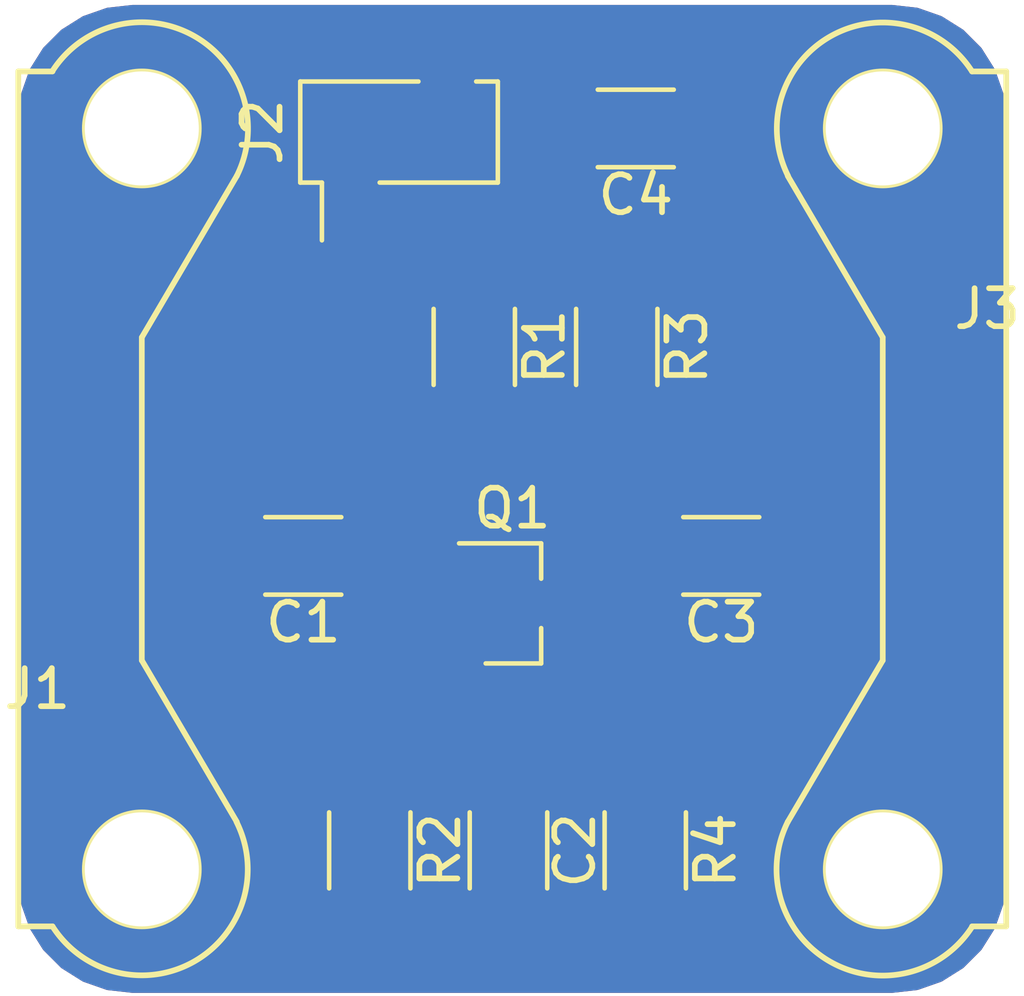
<source format=kicad_pcb>
(kicad_pcb (version 20171130) (host pcbnew "(5.0.0)")

  (general
    (thickness 1.6)
    (drawings 8)
    (tracks 33)
    (zones 0)
    (modules 12)
    (nets 8)
  )

  (page A4)
  (layers
    (0 F.Cu signal)
    (31 B.Cu signal)
    (32 B.Adhes user)
    (33 F.Adhes user)
    (34 B.Paste user)
    (35 F.Paste user)
    (36 B.SilkS user)
    (37 F.SilkS user)
    (38 B.Mask user)
    (39 F.Mask user)
    (40 Dwgs.User user)
    (41 Cmts.User user)
    (42 Eco1.User user)
    (43 Eco2.User user)
    (44 Edge.Cuts user)
    (45 Margin user)
    (46 B.CrtYd user)
    (47 F.CrtYd user)
    (48 B.Fab user)
    (49 F.Fab user)
  )

  (setup
    (last_trace_width 0.4)
    (user_trace_width 0.3)
    (user_trace_width 0.4)
    (trace_clearance 0.3)
    (zone_clearance 0.3)
    (zone_45_only no)
    (trace_min 0.2)
    (segment_width 0.2)
    (edge_width 0.15)
    (via_size 0.8)
    (via_drill 0.4)
    (via_min_size 0.4)
    (via_min_drill 0.4)
    (uvia_size 0.3)
    (uvia_drill 0.1)
    (uvias_allowed no)
    (uvia_min_size 0.2)
    (uvia_min_drill 0.1)
    (pcb_text_width 0.3)
    (pcb_text_size 1.5 1.5)
    (mod_edge_width 0.15)
    (mod_text_size 1 1)
    (mod_text_width 0.15)
    (pad_size 1.524 1.524)
    (pad_drill 0.762)
    (pad_to_mask_clearance 0.2)
    (aux_axis_origin 0 0)
    (visible_elements 7FFFFFFF)
    (pcbplotparams
      (layerselection 0x010fc_ffffffff)
      (usegerberextensions false)
      (usegerberattributes false)
      (usegerberadvancedattributes false)
      (creategerberjobfile false)
      (excludeedgelayer true)
      (linewidth 0.050000)
      (plotframeref false)
      (viasonmask false)
      (mode 1)
      (useauxorigin false)
      (hpglpennumber 1)
      (hpglpenspeed 20)
      (hpglpendiameter 15.000000)
      (psnegative false)
      (psa4output false)
      (plotreference true)
      (plotvalue true)
      (plotinvisibletext false)
      (padsonsilk false)
      (subtractmaskfromsilk false)
      (outputformat 1)
      (mirror false)
      (drillshape 1)
      (scaleselection 1)
      (outputdirectory ""))
  )

  (net 0 "")
  (net 1 "Net-(C1-Pad2)")
  (net 2 "Net-(C1-Pad1)")
  (net 3 Earth)
  (net 4 "Net-(C2-Pad1)")
  (net 5 "Net-(C3-Pad1)")
  (net 6 "Net-(C3-Pad2)")
  (net 7 VCC)

  (net_class Default "This is the default net class."
    (clearance 0.3)
    (trace_width 0.3)
    (via_dia 0.8)
    (via_drill 0.4)
    (uvia_dia 0.3)
    (uvia_drill 0.1)
    (add_net Earth)
    (add_net "Net-(C1-Pad1)")
    (add_net "Net-(C1-Pad2)")
    (add_net "Net-(C2-Pad1)")
    (add_net "Net-(C3-Pad1)")
    (add_net "Net-(C3-Pad2)")
    (add_net VCC)
  )

  (module x-uhf:X-UHF_Interconnect (layer F.Cu) (tedit 5B812861) (tstamp 5B81B74C)
    (at 44.75 42.5)
    (path /5B8131F5)
    (fp_text reference J1 (at 0.5 5) (layer F.SilkS)
      (effects (font (size 1 1) (thickness 0.15)))
    )
    (fp_text value IN (at 4 0 90) (layer F.Fab)
      (effects (font (size 1 1) (thickness 0.15)))
    )
    (fp_arc (start 3.25 9.75) (end 0.9 11.25) (angle -174.0150293) (layer F.SilkS) (width 0.15))
    (fp_arc (start 3.25 -9.75) (end 5.749999 -8.500001) (angle -174.0150455) (layer F.SilkS) (width 0.15))
    (fp_line (start 0.9 11.25) (end 0 11.25) (layer F.SilkS) (width 0.15))
    (fp_line (start 0.9 -11.25) (end 0 -11.25) (layer F.SilkS) (width 0.15))
    (fp_line (start 3.25 4.25) (end 5.75 8.5) (layer F.SilkS) (width 0.15))
    (fp_line (start 3.25 -4.25) (end 3.25 4.25) (layer F.SilkS) (width 0.15))
    (fp_circle (center 3.25 9.75) (end 4.75 9.75) (layer F.SilkS) (width 0.15))
    (fp_circle (center 3.25 -9.75) (end 4.75 -9.75) (layer F.SilkS) (width 0.15))
    (fp_line (start 3.25 -4.25) (end 5.75 -8.5) (layer F.SilkS) (width 0.15))
    (fp_line (start 0 11.25) (end 0 -11.25) (layer F.SilkS) (width 0.15))
    (pad 3 smd rect (at 1.5 2) (size 3 1.5) (layers F.Cu F.Paste F.Mask)
      (net 3 Earth))
    (pad 2 smd rect (at 1.5 0) (size 3 1.5) (layers F.Cu F.Paste F.Mask)
      (net 1 "Net-(C1-Pad2)"))
    (pad 1 smd rect (at 1.5 -2) (size 3 1.5) (layers F.Cu F.Paste F.Mask)
      (net 3 Earth))
  )

  (module x-uhf:X-UHF_Interconnect (layer F.Cu) (tedit 5B812861) (tstamp 5B81C70D)
    (at 70.75 42.5 180)
    (path /5B8131A3)
    (fp_text reference J3 (at 0.5 5 180) (layer F.SilkS)
      (effects (font (size 1 1) (thickness 0.15)))
    )
    (fp_text value OUT (at 4 0 270) (layer F.Fab)
      (effects (font (size 1 1) (thickness 0.15)))
    )
    (fp_arc (start 3.25 9.75) (end 0.9 11.25) (angle -174.0150293) (layer F.SilkS) (width 0.15))
    (fp_arc (start 3.25 -9.75) (end 5.749999 -8.500001) (angle -174.0150455) (layer F.SilkS) (width 0.15))
    (fp_line (start 0.9 11.25) (end 0 11.25) (layer F.SilkS) (width 0.15))
    (fp_line (start 0.9 -11.25) (end 0 -11.25) (layer F.SilkS) (width 0.15))
    (fp_line (start 3.25 4.25) (end 5.75 8.5) (layer F.SilkS) (width 0.15))
    (fp_line (start 3.25 -4.25) (end 3.25 4.25) (layer F.SilkS) (width 0.15))
    (fp_circle (center 3.25 9.75) (end 4.75 9.75) (layer F.SilkS) (width 0.15))
    (fp_circle (center 3.25 -9.75) (end 4.75 -9.75) (layer F.SilkS) (width 0.15))
    (fp_line (start 3.25 -4.25) (end 5.75 -8.5) (layer F.SilkS) (width 0.15))
    (fp_line (start 0 11.25) (end 0 -11.25) (layer F.SilkS) (width 0.15))
    (pad 3 smd rect (at 1.5 2 180) (size 3 1.5) (layers F.Cu F.Paste F.Mask)
      (net 3 Earth))
    (pad 2 smd rect (at 1.5 0 180) (size 3 1.5) (layers F.Cu F.Paste F.Mask)
      (net 5 "Net-(C3-Pad1)"))
    (pad 1 smd rect (at 1.5 -2 180) (size 3 1.5) (layers F.Cu F.Paste F.Mask)
      (net 3 Earth))
  )

  (module Capacitors_SMD:C_1206_HandSoldering (layer F.Cu) (tedit 58AA84D1) (tstamp 5B81B71F)
    (at 52.25 44 180)
    (descr "Capacitor SMD 1206, hand soldering")
    (tags "capacitor 1206")
    (path /5B813297)
    (attr smd)
    (fp_text reference C1 (at 0 -1.75 180) (layer F.SilkS)
      (effects (font (size 1 1) (thickness 0.15)))
    )
    (fp_text value 100n (at 0 2 180) (layer F.Fab)
      (effects (font (size 1 1) (thickness 0.15)))
    )
    (fp_line (start 3.25 1.05) (end -3.25 1.05) (layer F.CrtYd) (width 0.05))
    (fp_line (start 3.25 1.05) (end 3.25 -1.05) (layer F.CrtYd) (width 0.05))
    (fp_line (start -3.25 -1.05) (end -3.25 1.05) (layer F.CrtYd) (width 0.05))
    (fp_line (start -3.25 -1.05) (end 3.25 -1.05) (layer F.CrtYd) (width 0.05))
    (fp_line (start -1 1.02) (end 1 1.02) (layer F.SilkS) (width 0.12))
    (fp_line (start 1 -1.02) (end -1 -1.02) (layer F.SilkS) (width 0.12))
    (fp_line (start -1.6 -0.8) (end 1.6 -0.8) (layer F.Fab) (width 0.1))
    (fp_line (start 1.6 -0.8) (end 1.6 0.8) (layer F.Fab) (width 0.1))
    (fp_line (start 1.6 0.8) (end -1.6 0.8) (layer F.Fab) (width 0.1))
    (fp_line (start -1.6 0.8) (end -1.6 -0.8) (layer F.Fab) (width 0.1))
    (fp_text user %R (at 0 -1.75 180) (layer F.Fab)
      (effects (font (size 1 1) (thickness 0.15)))
    )
    (pad 2 smd rect (at 2 0 180) (size 2 1.6) (layers F.Cu F.Paste F.Mask)
      (net 1 "Net-(C1-Pad2)"))
    (pad 1 smd rect (at -2 0 180) (size 2 1.6) (layers F.Cu F.Paste F.Mask)
      (net 2 "Net-(C1-Pad1)"))
    (model Capacitors_SMD.3dshapes/C_1206.wrl
      (at (xyz 0 0 0))
      (scale (xyz 1 1 1))
      (rotate (xyz 0 0 0))
    )
  )

  (module Capacitors_SMD:C_1206_HandSoldering (layer F.Cu) (tedit 58AA84D1) (tstamp 5B81B730)
    (at 57.65 51.75 270)
    (descr "Capacitor SMD 1206, hand soldering")
    (tags "capacitor 1206")
    (path /5B8125D6)
    (attr smd)
    (fp_text reference C2 (at 0 -1.75 270) (layer F.SilkS)
      (effects (font (size 1 1) (thickness 0.15)))
    )
    (fp_text value 100n (at 0 2 270) (layer F.Fab)
      (effects (font (size 1 1) (thickness 0.15)))
    )
    (fp_line (start 3.25 1.05) (end -3.25 1.05) (layer F.CrtYd) (width 0.05))
    (fp_line (start 3.25 1.05) (end 3.25 -1.05) (layer F.CrtYd) (width 0.05))
    (fp_line (start -3.25 -1.05) (end -3.25 1.05) (layer F.CrtYd) (width 0.05))
    (fp_line (start -3.25 -1.05) (end 3.25 -1.05) (layer F.CrtYd) (width 0.05))
    (fp_line (start -1 1.02) (end 1 1.02) (layer F.SilkS) (width 0.12))
    (fp_line (start 1 -1.02) (end -1 -1.02) (layer F.SilkS) (width 0.12))
    (fp_line (start -1.6 -0.8) (end 1.6 -0.8) (layer F.Fab) (width 0.1))
    (fp_line (start 1.6 -0.8) (end 1.6 0.8) (layer F.Fab) (width 0.1))
    (fp_line (start 1.6 0.8) (end -1.6 0.8) (layer F.Fab) (width 0.1))
    (fp_line (start -1.6 0.8) (end -1.6 -0.8) (layer F.Fab) (width 0.1))
    (fp_text user %R (at 0 -1.75 270) (layer F.Fab)
      (effects (font (size 1 1) (thickness 0.15)))
    )
    (pad 2 smd rect (at 2 0 270) (size 2 1.6) (layers F.Cu F.Paste F.Mask)
      (net 3 Earth))
    (pad 1 smd rect (at -2 0 270) (size 2 1.6) (layers F.Cu F.Paste F.Mask)
      (net 4 "Net-(C2-Pad1)"))
    (model Capacitors_SMD.3dshapes/C_1206.wrl
      (at (xyz 0 0 0))
      (scale (xyz 1 1 1))
      (rotate (xyz 0 0 0))
    )
  )

  (module Capacitors_SMD:C_1206_HandSoldering (layer F.Cu) (tedit 58AA84D1) (tstamp 5B81B741)
    (at 63.25 44 180)
    (descr "Capacitor SMD 1206, hand soldering")
    (tags "capacitor 1206")
    (path /5B812F56)
    (attr smd)
    (fp_text reference C3 (at 0 -1.75 180) (layer F.SilkS)
      (effects (font (size 1 1) (thickness 0.15)))
    )
    (fp_text value 100n (at 0 2 180) (layer F.Fab)
      (effects (font (size 1 1) (thickness 0.15)))
    )
    (fp_text user %R (at 0 -1.75 180) (layer F.Fab)
      (effects (font (size 1 1) (thickness 0.15)))
    )
    (fp_line (start -1.6 0.8) (end -1.6 -0.8) (layer F.Fab) (width 0.1))
    (fp_line (start 1.6 0.8) (end -1.6 0.8) (layer F.Fab) (width 0.1))
    (fp_line (start 1.6 -0.8) (end 1.6 0.8) (layer F.Fab) (width 0.1))
    (fp_line (start -1.6 -0.8) (end 1.6 -0.8) (layer F.Fab) (width 0.1))
    (fp_line (start 1 -1.02) (end -1 -1.02) (layer F.SilkS) (width 0.12))
    (fp_line (start -1 1.02) (end 1 1.02) (layer F.SilkS) (width 0.12))
    (fp_line (start -3.25 -1.05) (end 3.25 -1.05) (layer F.CrtYd) (width 0.05))
    (fp_line (start -3.25 -1.05) (end -3.25 1.05) (layer F.CrtYd) (width 0.05))
    (fp_line (start 3.25 1.05) (end 3.25 -1.05) (layer F.CrtYd) (width 0.05))
    (fp_line (start 3.25 1.05) (end -3.25 1.05) (layer F.CrtYd) (width 0.05))
    (pad 1 smd rect (at -2 0 180) (size 2 1.6) (layers F.Cu F.Paste F.Mask)
      (net 5 "Net-(C3-Pad1)"))
    (pad 2 smd rect (at 2 0 180) (size 2 1.6) (layers F.Cu F.Paste F.Mask)
      (net 6 "Net-(C3-Pad2)"))
    (model Capacitors_SMD.3dshapes/C_1206.wrl
      (at (xyz 0 0 0))
      (scale (xyz 1 1 1))
      (rotate (xyz 0 0 0))
    )
  )

  (module Pin_Headers:Pin_Header_Straight_1x02_Pitch2.54mm_SMD_Pin1Left (layer F.Cu) (tedit 59650532) (tstamp 5B81B769)
    (at 54.77 32.845 90)
    (descr "surface-mounted straight pin header, 1x02, 2.54mm pitch, single row, style 1 (pin 1 left)")
    (tags "Surface mounted pin header SMD 1x02 2.54mm single row style1 pin1 left")
    (path /5B8163EC)
    (attr smd)
    (fp_text reference J2 (at 0 -3.6 90) (layer F.SilkS)
      (effects (font (size 1 1) (thickness 0.15)))
    )
    (fp_text value PWR (at 0 3.6 90) (layer F.Fab)
      (effects (font (size 1 1) (thickness 0.15)))
    )
    (fp_text user %R (at 0 0 180) (layer F.Fab)
      (effects (font (size 1 1) (thickness 0.15)))
    )
    (fp_line (start 3.45 -3.05) (end -3.45 -3.05) (layer F.CrtYd) (width 0.05))
    (fp_line (start 3.45 3.05) (end 3.45 -3.05) (layer F.CrtYd) (width 0.05))
    (fp_line (start -3.45 3.05) (end 3.45 3.05) (layer F.CrtYd) (width 0.05))
    (fp_line (start -3.45 -3.05) (end -3.45 3.05) (layer F.CrtYd) (width 0.05))
    (fp_line (start -1.33 -0.51) (end -1.33 2.6) (layer F.SilkS) (width 0.12))
    (fp_line (start 1.33 2.03) (end 1.33 2.6) (layer F.SilkS) (width 0.12))
    (fp_line (start -1.33 -2.6) (end -1.33 -2.03) (layer F.SilkS) (width 0.12))
    (fp_line (start -1.33 -2.03) (end -2.85 -2.03) (layer F.SilkS) (width 0.12))
    (fp_line (start 1.33 -2.6) (end 1.33 0.51) (layer F.SilkS) (width 0.12))
    (fp_line (start -1.33 2.6) (end 1.33 2.6) (layer F.SilkS) (width 0.12))
    (fp_line (start -1.33 -2.6) (end 1.33 -2.6) (layer F.SilkS) (width 0.12))
    (fp_line (start 2.54 1.59) (end 1.27 1.59) (layer F.Fab) (width 0.1))
    (fp_line (start 2.54 0.95) (end 2.54 1.59) (layer F.Fab) (width 0.1))
    (fp_line (start 1.27 0.95) (end 2.54 0.95) (layer F.Fab) (width 0.1))
    (fp_line (start -2.54 -0.95) (end -1.27 -0.95) (layer F.Fab) (width 0.1))
    (fp_line (start -2.54 -1.59) (end -2.54 -0.95) (layer F.Fab) (width 0.1))
    (fp_line (start -1.27 -1.59) (end -2.54 -1.59) (layer F.Fab) (width 0.1))
    (fp_line (start 1.27 -2.54) (end 1.27 2.54) (layer F.Fab) (width 0.1))
    (fp_line (start -1.27 -1.59) (end -0.32 -2.54) (layer F.Fab) (width 0.1))
    (fp_line (start -1.27 2.54) (end -1.27 -1.59) (layer F.Fab) (width 0.1))
    (fp_line (start -0.32 -2.54) (end 1.27 -2.54) (layer F.Fab) (width 0.1))
    (fp_line (start 1.27 2.54) (end -1.27 2.54) (layer F.Fab) (width 0.1))
    (pad 2 smd rect (at 1.655 1.27 90) (size 2.51 1) (layers F.Cu F.Paste F.Mask)
      (net 3 Earth))
    (pad 1 smd rect (at -1.655 -1.27 90) (size 2.51 1) (layers F.Cu F.Paste F.Mask)
      (net 7 VCC))
    (model ${KISYS3DMOD}/Pin_Headers.3dshapes/Pin_Header_Straight_1x02_Pitch2.54mm_SMD_Pin1Left.wrl
      (at (xyz 0 0 0))
      (scale (xyz 1 1 1))
      (rotate (xyz 0 0 0))
    )
  )

  (module TO_SOT_Packages_SMD:SOT-23 (layer F.Cu) (tedit 58CE4E7E) (tstamp 5B81B789)
    (at 57.75 45.25)
    (descr "SOT-23, Standard")
    (tags SOT-23)
    (path /5B811E4A)
    (attr smd)
    (fp_text reference Q1 (at 0 -2.5) (layer F.SilkS)
      (effects (font (size 1 1) (thickness 0.15)))
    )
    (fp_text value BFR93A (at 0 2.5) (layer F.Fab)
      (effects (font (size 1 1) (thickness 0.15)))
    )
    (fp_line (start 0.76 1.58) (end -0.7 1.58) (layer F.SilkS) (width 0.12))
    (fp_line (start 0.76 -1.58) (end -1.4 -1.58) (layer F.SilkS) (width 0.12))
    (fp_line (start -1.7 1.75) (end -1.7 -1.75) (layer F.CrtYd) (width 0.05))
    (fp_line (start 1.7 1.75) (end -1.7 1.75) (layer F.CrtYd) (width 0.05))
    (fp_line (start 1.7 -1.75) (end 1.7 1.75) (layer F.CrtYd) (width 0.05))
    (fp_line (start -1.7 -1.75) (end 1.7 -1.75) (layer F.CrtYd) (width 0.05))
    (fp_line (start 0.76 -1.58) (end 0.76 -0.65) (layer F.SilkS) (width 0.12))
    (fp_line (start 0.76 1.58) (end 0.76 0.65) (layer F.SilkS) (width 0.12))
    (fp_line (start -0.7 1.52) (end 0.7 1.52) (layer F.Fab) (width 0.1))
    (fp_line (start 0.7 -1.52) (end 0.7 1.52) (layer F.Fab) (width 0.1))
    (fp_line (start -0.7 -0.95) (end -0.15 -1.52) (layer F.Fab) (width 0.1))
    (fp_line (start -0.15 -1.52) (end 0.7 -1.52) (layer F.Fab) (width 0.1))
    (fp_line (start -0.7 -0.95) (end -0.7 1.5) (layer F.Fab) (width 0.1))
    (fp_text user %R (at 0 0 90) (layer F.Fab)
      (effects (font (size 0.5 0.5) (thickness 0.075)))
    )
    (pad 3 smd rect (at 1 0) (size 0.9 0.8) (layers F.Cu F.Paste F.Mask)
      (net 6 "Net-(C3-Pad2)"))
    (pad 2 smd rect (at -1 0.95) (size 0.9 0.8) (layers F.Cu F.Paste F.Mask)
      (net 4 "Net-(C2-Pad1)"))
    (pad 1 smd rect (at -1 -0.95) (size 0.9 0.8) (layers F.Cu F.Paste F.Mask)
      (net 2 "Net-(C1-Pad1)"))
    (model ${KISYS3DMOD}/TO_SOT_Packages_SMD.3dshapes/SOT-23.wrl
      (at (xyz 0 0 0))
      (scale (xyz 1 1 1))
      (rotate (xyz 0 0 0))
    )
  )

  (module Resistors_SMD:R_1206_HandSoldering (layer F.Cu) (tedit 58E0A804) (tstamp 5B81B79A)
    (at 56.75 38.5 270)
    (descr "Resistor SMD 1206, hand soldering")
    (tags "resistor 1206")
    (path /5B81210F)
    (attr smd)
    (fp_text reference R1 (at 0 -1.85 270) (layer F.SilkS)
      (effects (font (size 1 1) (thickness 0.15)))
    )
    (fp_text value 1K (at 0 1.9 270) (layer F.Fab)
      (effects (font (size 1 1) (thickness 0.15)))
    )
    (fp_line (start 3.25 1.1) (end -3.25 1.1) (layer F.CrtYd) (width 0.05))
    (fp_line (start 3.25 1.1) (end 3.25 -1.11) (layer F.CrtYd) (width 0.05))
    (fp_line (start -3.25 -1.11) (end -3.25 1.1) (layer F.CrtYd) (width 0.05))
    (fp_line (start -3.25 -1.11) (end 3.25 -1.11) (layer F.CrtYd) (width 0.05))
    (fp_line (start -1 -1.07) (end 1 -1.07) (layer F.SilkS) (width 0.12))
    (fp_line (start 1 1.07) (end -1 1.07) (layer F.SilkS) (width 0.12))
    (fp_line (start -1.6 -0.8) (end 1.6 -0.8) (layer F.Fab) (width 0.1))
    (fp_line (start 1.6 -0.8) (end 1.6 0.8) (layer F.Fab) (width 0.1))
    (fp_line (start 1.6 0.8) (end -1.6 0.8) (layer F.Fab) (width 0.1))
    (fp_line (start -1.6 0.8) (end -1.6 -0.8) (layer F.Fab) (width 0.1))
    (fp_text user %R (at 0 0 270) (layer F.Fab)
      (effects (font (size 0.7 0.7) (thickness 0.105)))
    )
    (pad 2 smd rect (at 2 0 270) (size 2 1.7) (layers F.Cu F.Paste F.Mask)
      (net 2 "Net-(C1-Pad1)"))
    (pad 1 smd rect (at -2 0 270) (size 2 1.7) (layers F.Cu F.Paste F.Mask)
      (net 7 VCC))
    (model ${KISYS3DMOD}/Resistors_SMD.3dshapes/R_1206.wrl
      (at (xyz 0 0 0))
      (scale (xyz 1 1 1))
      (rotate (xyz 0 0 0))
    )
  )

  (module Resistors_SMD:R_1206_HandSoldering (layer F.Cu) (tedit 58E0A804) (tstamp 5B81B7AB)
    (at 54 51.75 270)
    (descr "Resistor SMD 1206, hand soldering")
    (tags "resistor 1206")
    (path /5B812231)
    (attr smd)
    (fp_text reference R2 (at 0 -1.85 270) (layer F.SilkS)
      (effects (font (size 1 1) (thickness 0.15)))
    )
    (fp_text value 1K (at 0 1.9 270) (layer F.Fab)
      (effects (font (size 1 1) (thickness 0.15)))
    )
    (fp_text user %R (at 0 0 270) (layer F.Fab)
      (effects (font (size 0.7 0.7) (thickness 0.105)))
    )
    (fp_line (start -1.6 0.8) (end -1.6 -0.8) (layer F.Fab) (width 0.1))
    (fp_line (start 1.6 0.8) (end -1.6 0.8) (layer F.Fab) (width 0.1))
    (fp_line (start 1.6 -0.8) (end 1.6 0.8) (layer F.Fab) (width 0.1))
    (fp_line (start -1.6 -0.8) (end 1.6 -0.8) (layer F.Fab) (width 0.1))
    (fp_line (start 1 1.07) (end -1 1.07) (layer F.SilkS) (width 0.12))
    (fp_line (start -1 -1.07) (end 1 -1.07) (layer F.SilkS) (width 0.12))
    (fp_line (start -3.25 -1.11) (end 3.25 -1.11) (layer F.CrtYd) (width 0.05))
    (fp_line (start -3.25 -1.11) (end -3.25 1.1) (layer F.CrtYd) (width 0.05))
    (fp_line (start 3.25 1.1) (end 3.25 -1.11) (layer F.CrtYd) (width 0.05))
    (fp_line (start 3.25 1.1) (end -3.25 1.1) (layer F.CrtYd) (width 0.05))
    (pad 1 smd rect (at -2 0 270) (size 2 1.7) (layers F.Cu F.Paste F.Mask)
      (net 2 "Net-(C1-Pad1)"))
    (pad 2 smd rect (at 2 0 270) (size 2 1.7) (layers F.Cu F.Paste F.Mask)
      (net 3 Earth))
    (model ${KISYS3DMOD}/Resistors_SMD.3dshapes/R_1206.wrl
      (at (xyz 0 0 0))
      (scale (xyz 1 1 1))
      (rotate (xyz 0 0 0))
    )
  )

  (module Resistors_SMD:R_1206_HandSoldering (layer F.Cu) (tedit 58E0A804) (tstamp 5B81B7BC)
    (at 60.5 38.5 270)
    (descr "Resistor SMD 1206, hand soldering")
    (tags "resistor 1206")
    (path /5B812181)
    (attr smd)
    (fp_text reference R3 (at 0 -1.85 270) (layer F.SilkS)
      (effects (font (size 1 1) (thickness 0.15)))
    )
    (fp_text value 220 (at 0 1.9 270) (layer F.Fab)
      (effects (font (size 1 1) (thickness 0.15)))
    )
    (fp_text user %R (at 0 0 270) (layer F.Fab)
      (effects (font (size 0.7 0.7) (thickness 0.105)))
    )
    (fp_line (start -1.6 0.8) (end -1.6 -0.8) (layer F.Fab) (width 0.1))
    (fp_line (start 1.6 0.8) (end -1.6 0.8) (layer F.Fab) (width 0.1))
    (fp_line (start 1.6 -0.8) (end 1.6 0.8) (layer F.Fab) (width 0.1))
    (fp_line (start -1.6 -0.8) (end 1.6 -0.8) (layer F.Fab) (width 0.1))
    (fp_line (start 1 1.07) (end -1 1.07) (layer F.SilkS) (width 0.12))
    (fp_line (start -1 -1.07) (end 1 -1.07) (layer F.SilkS) (width 0.12))
    (fp_line (start -3.25 -1.11) (end 3.25 -1.11) (layer F.CrtYd) (width 0.05))
    (fp_line (start -3.25 -1.11) (end -3.25 1.1) (layer F.CrtYd) (width 0.05))
    (fp_line (start 3.25 1.1) (end 3.25 -1.11) (layer F.CrtYd) (width 0.05))
    (fp_line (start 3.25 1.1) (end -3.25 1.1) (layer F.CrtYd) (width 0.05))
    (pad 1 smd rect (at -2 0 270) (size 2 1.7) (layers F.Cu F.Paste F.Mask)
      (net 7 VCC))
    (pad 2 smd rect (at 2 0 270) (size 2 1.7) (layers F.Cu F.Paste F.Mask)
      (net 6 "Net-(C3-Pad2)"))
    (model ${KISYS3DMOD}/Resistors_SMD.3dshapes/R_1206.wrl
      (at (xyz 0 0 0))
      (scale (xyz 1 1 1))
      (rotate (xyz 0 0 0))
    )
  )

  (module Resistors_SMD:R_1206_HandSoldering (layer F.Cu) (tedit 58E0A804) (tstamp 5B81B7CD)
    (at 61.25 51.75 270)
    (descr "Resistor SMD 1206, hand soldering")
    (tags "resistor 1206")
    (path /5B8121B1)
    (attr smd)
    (fp_text reference R4 (at 0 -1.85 270) (layer F.SilkS)
      (effects (font (size 1 1) (thickness 0.15)))
    )
    (fp_text value 220 (at 0 1.9 270) (layer F.Fab)
      (effects (font (size 1 1) (thickness 0.15)))
    )
    (fp_line (start 3.25 1.1) (end -3.25 1.1) (layer F.CrtYd) (width 0.05))
    (fp_line (start 3.25 1.1) (end 3.25 -1.11) (layer F.CrtYd) (width 0.05))
    (fp_line (start -3.25 -1.11) (end -3.25 1.1) (layer F.CrtYd) (width 0.05))
    (fp_line (start -3.25 -1.11) (end 3.25 -1.11) (layer F.CrtYd) (width 0.05))
    (fp_line (start -1 -1.07) (end 1 -1.07) (layer F.SilkS) (width 0.12))
    (fp_line (start 1 1.07) (end -1 1.07) (layer F.SilkS) (width 0.12))
    (fp_line (start -1.6 -0.8) (end 1.6 -0.8) (layer F.Fab) (width 0.1))
    (fp_line (start 1.6 -0.8) (end 1.6 0.8) (layer F.Fab) (width 0.1))
    (fp_line (start 1.6 0.8) (end -1.6 0.8) (layer F.Fab) (width 0.1))
    (fp_line (start -1.6 0.8) (end -1.6 -0.8) (layer F.Fab) (width 0.1))
    (fp_text user %R (at 0 0 270) (layer F.Fab)
      (effects (font (size 0.7 0.7) (thickness 0.105)))
    )
    (pad 2 smd rect (at 2 0 270) (size 2 1.7) (layers F.Cu F.Paste F.Mask)
      (net 3 Earth))
    (pad 1 smd rect (at -2 0 270) (size 2 1.7) (layers F.Cu F.Paste F.Mask)
      (net 4 "Net-(C2-Pad1)"))
    (model ${KISYS3DMOD}/Resistors_SMD.3dshapes/R_1206.wrl
      (at (xyz 0 0 0))
      (scale (xyz 1 1 1))
      (rotate (xyz 0 0 0))
    )
  )

  (module Capacitors_SMD:C_1206_HandSoldering (layer F.Cu) (tedit 58AA84D1) (tstamp 5B832F88)
    (at 61 32.75 180)
    (descr "Capacitor SMD 1206, hand soldering")
    (tags "capacitor 1206")
    (path /5B82EA62)
    (attr smd)
    (fp_text reference C4 (at 0 -1.75 180) (layer F.SilkS)
      (effects (font (size 1 1) (thickness 0.15)))
    )
    (fp_text value 10u (at 0 2 180) (layer F.Fab)
      (effects (font (size 1 1) (thickness 0.15)))
    )
    (fp_line (start 3.25 1.05) (end -3.25 1.05) (layer F.CrtYd) (width 0.05))
    (fp_line (start 3.25 1.05) (end 3.25 -1.05) (layer F.CrtYd) (width 0.05))
    (fp_line (start -3.25 -1.05) (end -3.25 1.05) (layer F.CrtYd) (width 0.05))
    (fp_line (start -3.25 -1.05) (end 3.25 -1.05) (layer F.CrtYd) (width 0.05))
    (fp_line (start -1 1.02) (end 1 1.02) (layer F.SilkS) (width 0.12))
    (fp_line (start 1 -1.02) (end -1 -1.02) (layer F.SilkS) (width 0.12))
    (fp_line (start -1.6 -0.8) (end 1.6 -0.8) (layer F.Fab) (width 0.1))
    (fp_line (start 1.6 -0.8) (end 1.6 0.8) (layer F.Fab) (width 0.1))
    (fp_line (start 1.6 0.8) (end -1.6 0.8) (layer F.Fab) (width 0.1))
    (fp_line (start -1.6 0.8) (end -1.6 -0.8) (layer F.Fab) (width 0.1))
    (fp_text user %R (at 0 -1.75 180) (layer F.Fab)
      (effects (font (size 1 1) (thickness 0.15)))
    )
    (pad 2 smd rect (at 2 0 180) (size 2 1.6) (layers F.Cu F.Paste F.Mask)
      (net 7 VCC))
    (pad 1 smd rect (at -2 0 180) (size 2 1.6) (layers F.Cu F.Paste F.Mask)
      (net 3 Earth))
    (model Capacitors_SMD.3dshapes/C_1206.wrl
      (at (xyz 0 0 0))
      (scale (xyz 1 1 1))
      (rotate (xyz 0 0 0))
    )
  )

  (gr_line (start 67.5 55.5) (end 48 55.5) (layer Margin) (width 0.2))
  (gr_arc (start 48 52.25) (end 44.75 52.25) (angle -90) (layer Margin) (width 0.2))
  (gr_arc (start 48 32.75) (end 48 29.5) (angle -90) (layer Margin) (width 0.2))
  (gr_arc (start 67.5 32.75) (end 70.75 32.75) (angle -90) (layer Margin) (width 0.2))
  (gr_arc (start 67.5 52.25) (end 67.5 55.5) (angle -90) (layer Margin) (width 0.2))
  (gr_line (start 44.75 32.75) (end 44.75 52.25) (layer Margin) (width 0.2))
  (gr_line (start 70.75 32.75) (end 70.75 52.25) (layer Margin) (width 0.2))
  (gr_line (start 67.5 29.5) (end 48 29.5) (layer Margin) (width 0.2))

  (segment (start 47.35 42.5) (end 46.25 42.5) (width 0.4) (layer F.Cu) (net 1))
  (segment (start 48.85 44) (end 47.35 42.5) (width 0.4) (layer F.Cu) (net 1))
  (segment (start 50.25 44) (end 48.85 44) (width 0.4) (layer F.Cu) (net 1))
  (segment (start 56.45 44) (end 56.75 44.3) (width 0.4) (layer F.Cu) (net 2))
  (segment (start 54.25 44) (end 56.45 44) (width 0.4) (layer F.Cu) (net 2))
  (segment (start 54.25 49.5) (end 54 49.75) (width 0.4) (layer F.Cu) (net 2))
  (segment (start 54.25 44) (end 54.25 49.5) (width 0.4) (layer F.Cu) (net 2))
  (segment (start 54.25 43.15) (end 54.25 44) (width 0.4) (layer F.Cu) (net 2))
  (segment (start 56.75 40.65) (end 54.25 43.15) (width 0.4) (layer F.Cu) (net 2))
  (segment (start 56.75 40.5) (end 56.75 40.65) (width 0.4) (layer F.Cu) (net 2))
  (via (at 67.5 32.75) (size 4) (drill 3) (layers F.Cu B.Cu) (net 3))
  (via (at 67.5 52.25) (size 4) (drill 3) (layers F.Cu B.Cu) (net 3))
  (via (at 48 52.25) (size 4) (drill 3) (layers F.Cu B.Cu) (net 3))
  (via (at 48 32.75) (size 4) (drill 3) (layers F.Cu B.Cu) (net 3))
  (segment (start 56.75 48.85) (end 57.65 49.75) (width 0.4) (layer F.Cu) (net 4))
  (segment (start 56.75 46.2) (end 56.75 48.85) (width 0.4) (layer F.Cu) (net 4))
  (segment (start 61.25 49.75) (end 57.65 49.75) (width 0.4) (layer F.Cu) (net 4))
  (segment (start 67.35 42.5) (end 69.25 42.5) (width 0.4) (layer F.Cu) (net 5))
  (segment (start 66.95 42.5) (end 67.35 42.5) (width 0.4) (layer F.Cu) (net 5))
  (segment (start 65.45 44) (end 66.95 42.5) (width 0.4) (layer F.Cu) (net 5))
  (segment (start 65.25 44) (end 65.45 44) (width 0.4) (layer F.Cu) (net 5))
  (segment (start 60 44) (end 58.75 45.25) (width 0.4) (layer F.Cu) (net 6))
  (segment (start 61.25 44) (end 60 44) (width 0.4) (layer F.Cu) (net 6))
  (segment (start 60.5 43.5) (end 60 44) (width 0.4) (layer F.Cu) (net 6))
  (segment (start 60.5 40.5) (end 60.5 43.5) (width 0.4) (layer F.Cu) (net 6))
  (segment (start 55.5 36.5) (end 56.75 36.5) (width 0.4) (layer F.Cu) (net 7))
  (segment (start 53.845 36.5) (end 55.5 36.5) (width 0.4) (layer F.Cu) (net 7))
  (segment (start 53.5 36.155) (end 53.845 36.5) (width 0.4) (layer F.Cu) (net 7))
  (segment (start 53.5 34.5) (end 53.5 36.155) (width 0.4) (layer F.Cu) (net 7))
  (segment (start 56.75 36.5) (end 60.5 36.5) (width 0.4) (layer F.Cu) (net 7))
  (segment (start 59.25 36.5) (end 60.5 36.5) (width 0.4) (layer F.Cu) (net 7))
  (segment (start 59 36.25) (end 59.25 36.5) (width 0.4) (layer F.Cu) (net 7))
  (segment (start 59 32.75) (end 59 36.25) (width 0.4) (layer F.Cu) (net 7))

  (zone (net 3) (net_name Earth) (layer F.Cu) (tstamp 0) (hatch edge 0.508)
    (connect_pads yes (clearance 0.3))
    (min_thickness 0.25)
    (fill yes (arc_segments 16) (thermal_gap 0.508) (thermal_bridge_width 0.508) (smoothing fillet) (radius 3))
    (polygon
      (pts
        (xy 70.75 29.5) (xy 70.75 55.5) (xy 44.75 55.5) (xy 44.75 29.5)
      )
    )
    (filled_polygon
      (pts
        (xy 68.389574 29.697853) (xy 68.997073 29.910427) (xy 69.54204 30.252853) (xy 69.997147 30.70796) (xy 70.339573 31.252927)
        (xy 70.552147 31.860426) (xy 70.625 32.50702) (xy 70.625 41.316674) (xy 67.75 41.316674) (xy 67.584173 41.349659)
        (xy 67.443592 41.443592) (xy 67.349659 41.584173) (xy 67.316674 41.75) (xy 67.316674 41.875) (xy 67.011553 41.875)
        (xy 66.949999 41.862756) (xy 66.888445 41.875) (xy 66.706137 41.911263) (xy 66.4994 42.0494) (xy 66.464531 42.101585)
        (xy 65.799443 42.766674) (xy 64.25 42.766674) (xy 64.084173 42.799659) (xy 63.943592 42.893592) (xy 63.849659 43.034173)
        (xy 63.816674 43.2) (xy 63.816674 44.8) (xy 63.849659 44.965827) (xy 63.943592 45.106408) (xy 64.084173 45.200341)
        (xy 64.25 45.233326) (xy 66.25 45.233326) (xy 66.415827 45.200341) (xy 66.556408 45.106408) (xy 66.650341 44.965827)
        (xy 66.683326 44.8) (xy 66.683326 43.650557) (xy 67.208884 43.125) (xy 67.316674 43.125) (xy 67.316674 43.25)
        (xy 67.349659 43.415827) (xy 67.443592 43.556408) (xy 67.584173 43.650341) (xy 67.75 43.683326) (xy 70.625 43.683326)
        (xy 70.625 52.49298) (xy 70.552147 53.139574) (xy 70.339573 53.747073) (xy 69.997147 54.29204) (xy 69.54204 54.747147)
        (xy 68.997073 55.089573) (xy 68.389574 55.302147) (xy 67.74298 55.375) (xy 47.75702 55.375) (xy 47.110426 55.302147)
        (xy 46.502927 55.089573) (xy 45.95796 54.747147) (xy 45.502853 54.29204) (xy 45.160427 53.747073) (xy 44.947853 53.139574)
        (xy 44.875 52.49298) (xy 44.875 48.75) (xy 52.716674 48.75) (xy 52.716674 50.75) (xy 52.749659 50.915827)
        (xy 52.843592 51.056408) (xy 52.984173 51.150341) (xy 53.15 51.183326) (xy 54.85 51.183326) (xy 55.015827 51.150341)
        (xy 55.156408 51.056408) (xy 55.250341 50.915827) (xy 55.283326 50.75) (xy 55.283326 48.75) (xy 55.250341 48.584173)
        (xy 55.156408 48.443592) (xy 55.015827 48.349659) (xy 54.875 48.321647) (xy 54.875 45.8) (xy 55.866674 45.8)
        (xy 55.866674 46.6) (xy 55.899659 46.765827) (xy 55.993592 46.906408) (xy 56.125 46.994212) (xy 56.125001 48.78844)
        (xy 56.112756 48.85) (xy 56.161263 49.093862) (xy 56.161264 49.093863) (xy 56.299401 49.3006) (xy 56.351588 49.33547)
        (xy 56.416674 49.400556) (xy 56.416674 50.75) (xy 56.449659 50.915827) (xy 56.543592 51.056408) (xy 56.684173 51.150341)
        (xy 56.85 51.183326) (xy 58.45 51.183326) (xy 58.615827 51.150341) (xy 58.756408 51.056408) (xy 58.850341 50.915827)
        (xy 58.883326 50.75) (xy 58.883326 50.375) (xy 59.966674 50.375) (xy 59.966674 50.75) (xy 59.999659 50.915827)
        (xy 60.093592 51.056408) (xy 60.234173 51.150341) (xy 60.4 51.183326) (xy 62.1 51.183326) (xy 62.265827 51.150341)
        (xy 62.406408 51.056408) (xy 62.500341 50.915827) (xy 62.533326 50.75) (xy 62.533326 48.75) (xy 62.500341 48.584173)
        (xy 62.406408 48.443592) (xy 62.265827 48.349659) (xy 62.1 48.316674) (xy 60.4 48.316674) (xy 60.234173 48.349659)
        (xy 60.093592 48.443592) (xy 59.999659 48.584173) (xy 59.966674 48.75) (xy 59.966674 49.125) (xy 58.883326 49.125)
        (xy 58.883326 48.75) (xy 58.850341 48.584173) (xy 58.756408 48.443592) (xy 58.615827 48.349659) (xy 58.45 48.316674)
        (xy 57.375 48.316674) (xy 57.375 46.994212) (xy 57.506408 46.906408) (xy 57.600341 46.765827) (xy 57.633326 46.6)
        (xy 57.633326 45.8) (xy 57.600341 45.634173) (xy 57.506408 45.493592) (xy 57.365827 45.399659) (xy 57.2 45.366674)
        (xy 56.3 45.366674) (xy 56.134173 45.399659) (xy 55.993592 45.493592) (xy 55.899659 45.634173) (xy 55.866674 45.8)
        (xy 54.875 45.8) (xy 54.875 45.233326) (xy 55.25 45.233326) (xy 55.415827 45.200341) (xy 55.556408 45.106408)
        (xy 55.650341 44.965827) (xy 55.683326 44.8) (xy 55.683326 44.625) (xy 55.866674 44.625) (xy 55.866674 44.7)
        (xy 55.899659 44.865827) (xy 55.993592 45.006408) (xy 56.134173 45.100341) (xy 56.3 45.133326) (xy 57.2 45.133326)
        (xy 57.365827 45.100341) (xy 57.506408 45.006408) (xy 57.600341 44.865827) (xy 57.603489 44.85) (xy 57.866674 44.85)
        (xy 57.866674 45.65) (xy 57.899659 45.815827) (xy 57.993592 45.956408) (xy 58.134173 46.050341) (xy 58.3 46.083326)
        (xy 59.2 46.083326) (xy 59.365827 46.050341) (xy 59.506408 45.956408) (xy 59.600341 45.815827) (xy 59.633326 45.65)
        (xy 59.633326 45.250556) (xy 59.877055 45.006828) (xy 59.943592 45.106408) (xy 60.084173 45.200341) (xy 60.25 45.233326)
        (xy 62.25 45.233326) (xy 62.415827 45.200341) (xy 62.556408 45.106408) (xy 62.650341 44.965827) (xy 62.683326 44.8)
        (xy 62.683326 43.2) (xy 62.650341 43.034173) (xy 62.556408 42.893592) (xy 62.415827 42.799659) (xy 62.25 42.766674)
        (xy 61.125 42.766674) (xy 61.125 41.933326) (xy 61.35 41.933326) (xy 61.515827 41.900341) (xy 61.656408 41.806408)
        (xy 61.750341 41.665827) (xy 61.783326 41.5) (xy 61.783326 39.5) (xy 61.750341 39.334173) (xy 61.656408 39.193592)
        (xy 61.515827 39.099659) (xy 61.35 39.066674) (xy 59.65 39.066674) (xy 59.484173 39.099659) (xy 59.343592 39.193592)
        (xy 59.249659 39.334173) (xy 59.216674 39.5) (xy 59.216674 41.5) (xy 59.249659 41.665827) (xy 59.343592 41.806408)
        (xy 59.484173 41.900341) (xy 59.65 41.933326) (xy 59.875 41.933326) (xy 59.875001 42.996246) (xy 59.849659 43.034173)
        (xy 59.816674 43.2) (xy 59.816674 43.299443) (xy 59.60159 43.514528) (xy 59.5494 43.5494) (xy 59.514529 43.601588)
        (xy 58.699444 44.416674) (xy 58.3 44.416674) (xy 58.134173 44.449659) (xy 57.993592 44.543592) (xy 57.899659 44.684173)
        (xy 57.866674 44.85) (xy 57.603489 44.85) (xy 57.633326 44.7) (xy 57.633326 43.9) (xy 57.600341 43.734173)
        (xy 57.506408 43.593592) (xy 57.365827 43.499659) (xy 57.2 43.466674) (xy 56.776792 43.466674) (xy 56.693863 43.411263)
        (xy 56.511555 43.375) (xy 56.45 43.362756) (xy 56.388445 43.375) (xy 55.683326 43.375) (xy 55.683326 43.2)
        (xy 55.650341 43.034173) (xy 55.556408 42.893592) (xy 55.456828 42.827055) (xy 56.350557 41.933326) (xy 57.6 41.933326)
        (xy 57.765827 41.900341) (xy 57.906408 41.806408) (xy 58.000341 41.665827) (xy 58.033326 41.5) (xy 58.033326 39.5)
        (xy 58.000341 39.334173) (xy 57.906408 39.193592) (xy 57.765827 39.099659) (xy 57.6 39.066674) (xy 55.9 39.066674)
        (xy 55.734173 39.099659) (xy 55.593592 39.193592) (xy 55.499659 39.334173) (xy 55.466674 39.5) (xy 55.466674 41.049443)
        (xy 53.85159 42.664528) (xy 53.7994 42.6994) (xy 53.754449 42.766674) (xy 53.25 42.766674) (xy 53.084173 42.799659)
        (xy 52.943592 42.893592) (xy 52.849659 43.034173) (xy 52.816674 43.2) (xy 52.816674 44.8) (xy 52.849659 44.965827)
        (xy 52.943592 45.106408) (xy 53.084173 45.200341) (xy 53.25 45.233326) (xy 53.625 45.233326) (xy 53.625001 48.316674)
        (xy 53.15 48.316674) (xy 52.984173 48.349659) (xy 52.843592 48.443592) (xy 52.749659 48.584173) (xy 52.716674 48.75)
        (xy 44.875 48.75) (xy 44.875 43.683326) (xy 47.649443 43.683326) (xy 48.364531 44.398415) (xy 48.3994 44.4506)
        (xy 48.606137 44.588737) (xy 48.788445 44.625) (xy 48.816674 44.630615) (xy 48.816674 44.8) (xy 48.849659 44.965827)
        (xy 48.943592 45.106408) (xy 49.084173 45.200341) (xy 49.25 45.233326) (xy 51.25 45.233326) (xy 51.415827 45.200341)
        (xy 51.556408 45.106408) (xy 51.650341 44.965827) (xy 51.683326 44.8) (xy 51.683326 43.2) (xy 51.650341 43.034173)
        (xy 51.556408 42.893592) (xy 51.415827 42.799659) (xy 51.25 42.766674) (xy 49.25 42.766674) (xy 49.084173 42.799659)
        (xy 48.943592 42.893592) (xy 48.849659 43.034173) (xy 48.83612 43.102237) (xy 48.183326 42.449443) (xy 48.183326 41.75)
        (xy 48.150341 41.584173) (xy 48.056408 41.443592) (xy 47.915827 41.349659) (xy 47.75 41.316674) (xy 44.875 41.316674)
        (xy 44.875 33.245) (xy 52.566674 33.245) (xy 52.566674 35.755) (xy 52.599659 35.920827) (xy 52.693592 36.061408)
        (xy 52.834173 36.155341) (xy 52.864004 36.161275) (xy 52.911263 36.398862) (xy 52.911264 36.398863) (xy 53.049401 36.6056)
        (xy 53.101589 36.640471) (xy 53.359527 36.898409) (xy 53.3944 36.9506) (xy 53.601136 37.088736) (xy 53.601137 37.088737)
        (xy 53.845 37.137244) (xy 53.906555 37.125) (xy 55.466674 37.125) (xy 55.466674 37.5) (xy 55.499659 37.665827)
        (xy 55.593592 37.806408) (xy 55.734173 37.900341) (xy 55.9 37.933326) (xy 57.6 37.933326) (xy 57.765827 37.900341)
        (xy 57.906408 37.806408) (xy 58.000341 37.665827) (xy 58.033326 37.5) (xy 58.033326 37.125) (xy 59.188445 37.125)
        (xy 59.216674 37.130615) (xy 59.216674 37.5) (xy 59.249659 37.665827) (xy 59.343592 37.806408) (xy 59.484173 37.900341)
        (xy 59.65 37.933326) (xy 61.35 37.933326) (xy 61.515827 37.900341) (xy 61.656408 37.806408) (xy 61.750341 37.665827)
        (xy 61.783326 37.5) (xy 61.783326 35.5) (xy 61.750341 35.334173) (xy 61.656408 35.193592) (xy 61.515827 35.099659)
        (xy 61.35 35.066674) (xy 59.65 35.066674) (xy 59.625 35.071647) (xy 59.625 33.983326) (xy 60 33.983326)
        (xy 60.165827 33.950341) (xy 60.306408 33.856408) (xy 60.400341 33.715827) (xy 60.433326 33.55) (xy 60.433326 31.95)
        (xy 60.400341 31.784173) (xy 60.306408 31.643592) (xy 60.165827 31.549659) (xy 60 31.516674) (xy 58 31.516674)
        (xy 57.834173 31.549659) (xy 57.693592 31.643592) (xy 57.599659 31.784173) (xy 57.566674 31.95) (xy 57.566674 33.55)
        (xy 57.599659 33.715827) (xy 57.693592 33.856408) (xy 57.834173 33.950341) (xy 58 33.983326) (xy 58.375 33.983326)
        (xy 58.375001 35.875) (xy 58.033326 35.875) (xy 58.033326 35.5) (xy 58.000341 35.334173) (xy 57.906408 35.193592)
        (xy 57.765827 35.099659) (xy 57.6 35.066674) (xy 55.9 35.066674) (xy 55.734173 35.099659) (xy 55.593592 35.193592)
        (xy 55.499659 35.334173) (xy 55.466674 35.5) (xy 55.466674 35.875) (xy 54.409457 35.875) (xy 54.433326 35.755)
        (xy 54.433326 33.245) (xy 54.400341 33.079173) (xy 54.306408 32.938592) (xy 54.165827 32.844659) (xy 54 32.811674)
        (xy 53 32.811674) (xy 52.834173 32.844659) (xy 52.693592 32.938592) (xy 52.599659 33.079173) (xy 52.566674 33.245)
        (xy 44.875 33.245) (xy 44.875 32.50702) (xy 44.947853 31.860426) (xy 45.160427 31.252927) (xy 45.502853 30.70796)
        (xy 45.95796 30.252853) (xy 46.502927 29.910427) (xy 47.110426 29.697853) (xy 47.75702 29.625) (xy 67.74298 29.625)
      )
    )
  )
  (zone (net 3) (net_name Earth) (layer B.Cu) (tstamp 0) (hatch edge 0.508)
    (connect_pads yes (clearance 0.3))
    (min_thickness 0.25)
    (fill yes (arc_segments 16) (thermal_gap 0.508) (thermal_bridge_width 0.508) (smoothing fillet) (radius 3))
    (polygon
      (pts
        (xy 70.75 29.5) (xy 44.75 29.5) (xy 44.75 55.5) (xy 70.75 55.5)
      )
    )
    (filled_polygon
      (pts
        (xy 68.389574 29.697853) (xy 68.997073 29.910427) (xy 69.54204 30.252853) (xy 69.997147 30.70796) (xy 70.339573 31.252927)
        (xy 70.552147 31.860426) (xy 70.625 32.50702) (xy 70.625 52.49298) (xy 70.552147 53.139574) (xy 70.339573 53.747073)
        (xy 69.997147 54.29204) (xy 69.54204 54.747147) (xy 68.997073 55.089573) (xy 68.389574 55.302147) (xy 67.74298 55.375)
        (xy 47.75702 55.375) (xy 47.110426 55.302147) (xy 46.502927 55.089573) (xy 45.95796 54.747147) (xy 45.502853 54.29204)
        (xy 45.160427 53.747073) (xy 44.947853 53.139574) (xy 44.875 52.49298) (xy 44.875 32.50702) (xy 44.947853 31.860426)
        (xy 45.160427 31.252927) (xy 45.502853 30.70796) (xy 45.95796 30.252853) (xy 46.502927 29.910427) (xy 47.110426 29.697853)
        (xy 47.75702 29.625) (xy 67.74298 29.625)
      )
    )
  )
)

</source>
